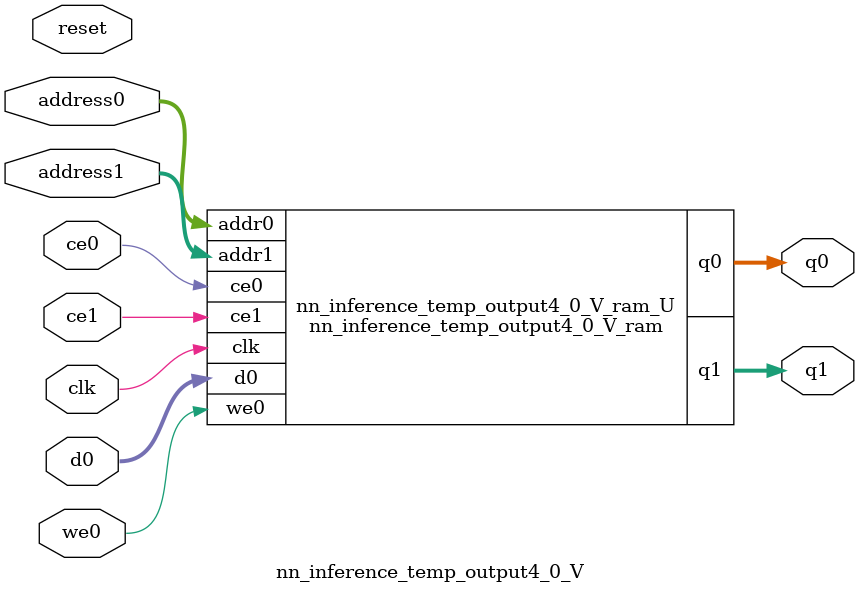
<source format=v>
`timescale 1 ns / 1 ps
module nn_inference_temp_output4_0_V_ram (addr0, ce0, d0, we0, q0, addr1, ce1, q1,  clk);

parameter DWIDTH = 32;
parameter AWIDTH = 4;
parameter MEM_SIZE = 10;

input[AWIDTH-1:0] addr0;
input ce0;
input[DWIDTH-1:0] d0;
input we0;
output reg[DWIDTH-1:0] q0;
input[AWIDTH-1:0] addr1;
input ce1;
output reg[DWIDTH-1:0] q1;
input clk;

reg [DWIDTH-1:0] ram[0:MEM_SIZE-1];




always @(posedge clk)  
begin 
    if (ce0) begin
        if (we0) 
            ram[addr0] <= d0; 
        q0 <= ram[addr0];
    end
end


always @(posedge clk)  
begin 
    if (ce1) begin
        q1 <= ram[addr1];
    end
end


endmodule

`timescale 1 ns / 1 ps
module nn_inference_temp_output4_0_V(
    reset,
    clk,
    address0,
    ce0,
    we0,
    d0,
    q0,
    address1,
    ce1,
    q1);

parameter DataWidth = 32'd32;
parameter AddressRange = 32'd10;
parameter AddressWidth = 32'd4;
input reset;
input clk;
input[AddressWidth - 1:0] address0;
input ce0;
input we0;
input[DataWidth - 1:0] d0;
output[DataWidth - 1:0] q0;
input[AddressWidth - 1:0] address1;
input ce1;
output[DataWidth - 1:0] q1;



nn_inference_temp_output4_0_V_ram nn_inference_temp_output4_0_V_ram_U(
    .clk( clk ),
    .addr0( address0 ),
    .ce0( ce0 ),
    .we0( we0 ),
    .d0( d0 ),
    .q0( q0 ),
    .addr1( address1 ),
    .ce1( ce1 ),
    .q1( q1 ));

endmodule


</source>
